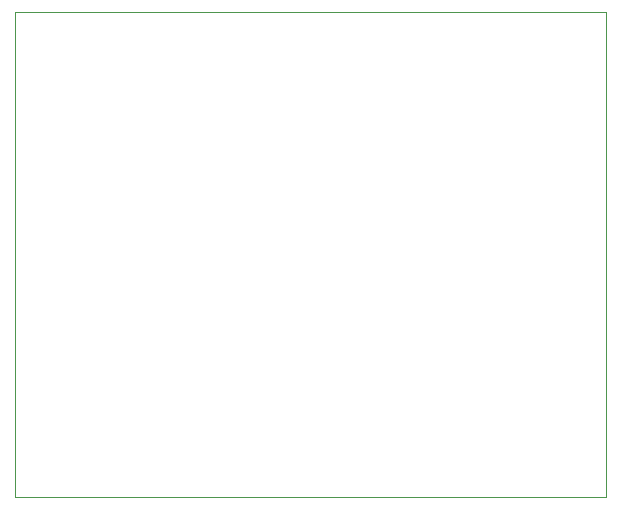
<source format=gbr>
%TF.GenerationSoftware,KiCad,Pcbnew,7.0.8*%
%TF.CreationDate,2023-10-04T18:10:58+08:00*%
%TF.ProjectId,Arsnic,4172736e-6963-42e6-9b69-6361645f7063,rev?*%
%TF.SameCoordinates,Original*%
%TF.FileFunction,Profile,NP*%
%FSLAX46Y46*%
G04 Gerber Fmt 4.6, Leading zero omitted, Abs format (unit mm)*
G04 Created by KiCad (PCBNEW 7.0.8) date 2023-10-04 18:10:58*
%MOMM*%
%LPD*%
G01*
G04 APERTURE LIST*
%TA.AperFunction,Profile*%
%ADD10C,0.038100*%
%TD*%
G04 APERTURE END LIST*
D10*
X100000000Y-100000000D02*
X150000000Y-100000000D01*
X150000000Y-141000000D01*
X100000000Y-141000000D01*
X100000000Y-100000000D01*
M02*

</source>
